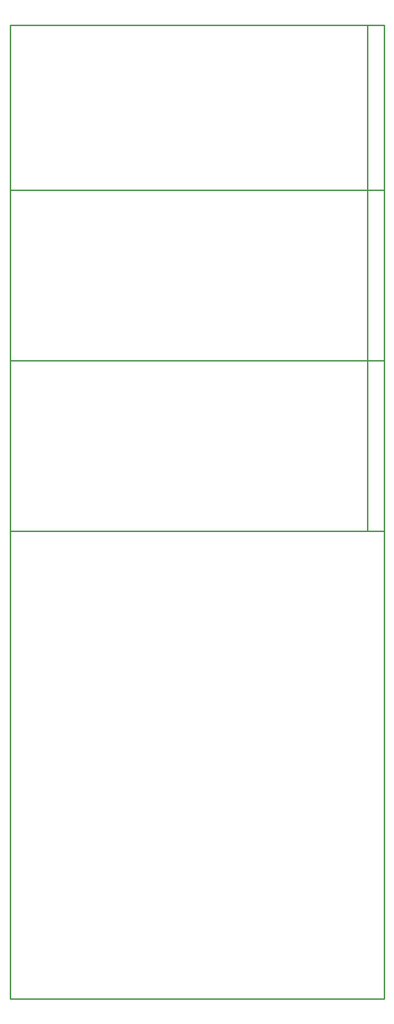
<source format=gko>
%FSDAX24Y24*%
%MOIN*%
%SFA1B1*%

%IPPOS*%
%ADD22C,0.010000*%
%LNde-140824-1*%
%LPD*%
G54D22*
X010000Y055669D02*
X036772D01*
X010000Y043465D02*
X036772D01*
X010000Y010000D02*
X036772D01*
X010000Y067874D02*
X036772D01*
X010000Y010000D02*
Y079685D01*
X036772Y010000D02*
Y079685D01*
X010000D02*
X036772D01*
X035591Y043465D02*
Y079685D01*
M02*
</source>
